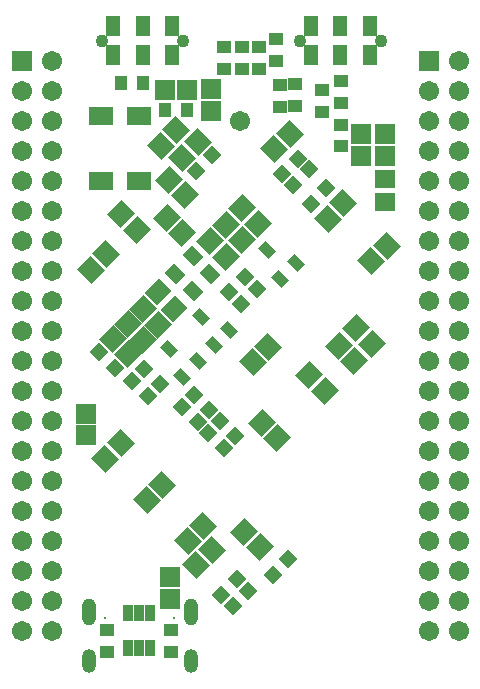
<source format=gbs>
G04*
G04 #@! TF.GenerationSoftware,Altium Limited,Altium Designer,20.1.12 (249)*
G04*
G04 Layer_Color=16711935*
%FSLAX25Y25*%
%MOIN*%
G70*
G04*
G04 #@! TF.SameCoordinates,D38EF606-D903-4ADC-9098-C18FB5F004BE*
G04*
G04*
G04 #@! TF.FilePolarity,Negative*
G04*
G01*
G75*
%ADD32R,0.03359X0.05524*%
%ADD33C,0.04343*%
%ADD34C,0.06706*%
%ADD35R,0.06706X0.06706*%
%ADD36O,0.04737X0.09068*%
%ADD37O,0.04737X0.07887*%
%ADD38C,0.00800*%
G04:AMPARAMS|DCode=80|XSize=67.06mil|YSize=65.09mil|CornerRadius=0mil|HoleSize=0mil|Usage=FLASHONLY|Rotation=45.000|XOffset=0mil|YOffset=0mil|HoleType=Round|Shape=Rectangle|*
%AMROTATEDRECTD80*
4,1,4,-0.00070,-0.04672,-0.04672,-0.00070,0.00070,0.04672,0.04672,0.00070,-0.00070,-0.04672,0.0*
%
%ADD80ROTATEDRECTD80*%

%ADD81R,0.04540X0.04343*%
G04:AMPARAMS|DCode=82|XSize=45.4mil|YSize=43.43mil|CornerRadius=0mil|HoleSize=0mil|Usage=FLASHONLY|Rotation=135.000|XOffset=0mil|YOffset=0mil|HoleType=Round|Shape=Rectangle|*
%AMROTATEDRECTD82*
4,1,4,0.03141,-0.00070,0.00070,-0.03141,-0.03141,0.00070,-0.00070,0.03141,0.03141,-0.00070,0.0*
%
%ADD82ROTATEDRECTD82*%

%ADD83R,0.06706X0.06509*%
G04:AMPARAMS|DCode=84|XSize=67.06mil|YSize=65.09mil|CornerRadius=0mil|HoleSize=0mil|Usage=FLASHONLY|Rotation=135.000|XOffset=0mil|YOffset=0mil|HoleType=Round|Shape=Rectangle|*
%AMROTATEDRECTD84*
4,1,4,0.04672,-0.00070,0.00070,-0.04672,-0.04672,0.00070,-0.00070,0.04672,0.04672,-0.00070,0.0*
%
%ADD84ROTATEDRECTD84*%

%ADD85R,0.06666X0.05997*%
G04:AMPARAMS|DCode=86|XSize=45.4mil|YSize=43.43mil|CornerRadius=0mil|HoleSize=0mil|Usage=FLASHONLY|Rotation=225.000|XOffset=0mil|YOffset=0mil|HoleType=Round|Shape=Rectangle|*
%AMROTATEDRECTD86*
4,1,4,0.00070,0.03141,0.03141,0.00070,-0.00070,-0.03141,-0.03141,-0.00070,0.00070,0.03141,0.0*
%
%ADD86ROTATEDRECTD86*%

G04:AMPARAMS|DCode=87|XSize=33.59mil|YSize=51.31mil|CornerRadius=0mil|HoleSize=0mil|Usage=FLASHONLY|Rotation=45.000|XOffset=0mil|YOffset=0mil|HoleType=Round|Shape=Rectangle|*
%AMROTATEDRECTD87*
4,1,4,0.00626,-0.03002,-0.03002,0.00626,-0.00626,0.03002,0.03002,-0.00626,0.00626,-0.03002,0.0*
%
%ADD87ROTATEDRECTD87*%

%ADD88R,0.04343X0.04540*%
%ADD89R,0.06509X0.06706*%
G04:AMPARAMS|DCode=90|XSize=66.66mil|YSize=59.97mil|CornerRadius=0mil|HoleSize=0mil|Usage=FLASHONLY|Rotation=225.000|XOffset=0mil|YOffset=0mil|HoleType=Round|Shape=Rectangle|*
%AMROTATEDRECTD90*
4,1,4,0.00237,0.04477,0.04477,0.00237,-0.00237,-0.04477,-0.04477,-0.00237,0.00237,0.04477,0.0*
%
%ADD90ROTATEDRECTD90*%

G04:AMPARAMS|DCode=91|XSize=55.24mil|YSize=43.43mil|CornerRadius=0mil|HoleSize=0mil|Usage=FLASHONLY|Rotation=315.000|XOffset=0mil|YOffset=0mil|HoleType=Round|Shape=Rectangle|*
%AMROTATEDRECTD91*
4,1,4,-0.03489,0.00418,-0.00418,0.03489,0.03489,-0.00418,0.00418,-0.03489,-0.03489,0.00418,0.0*
%
%ADD91ROTATEDRECTD91*%

%ADD92R,0.08280X0.05918*%
%ADD93R,0.04737X0.07099*%
D32*
X42323Y9252D02*
D03*
X46063D02*
D03*
X49803D02*
D03*
X42323Y20669D02*
D03*
X46063D02*
D03*
X49803D02*
D03*
D33*
X60630Y211614D02*
D03*
X33858D02*
D03*
X126575D02*
D03*
X99803D02*
D03*
D34*
X152717Y14764D02*
D03*
Y24764D02*
D03*
Y34764D02*
D03*
Y44764D02*
D03*
Y54764D02*
D03*
Y64764D02*
D03*
Y74764D02*
D03*
Y84764D02*
D03*
Y94764D02*
D03*
Y104764D02*
D03*
Y114764D02*
D03*
Y124764D02*
D03*
Y134764D02*
D03*
Y144764D02*
D03*
Y154764D02*
D03*
Y164764D02*
D03*
Y174764D02*
D03*
Y184764D02*
D03*
Y194764D02*
D03*
Y204764D02*
D03*
X142717Y14764D02*
D03*
Y24764D02*
D03*
Y34764D02*
D03*
Y44764D02*
D03*
Y54764D02*
D03*
Y64764D02*
D03*
Y74764D02*
D03*
Y84764D02*
D03*
Y94764D02*
D03*
Y104764D02*
D03*
Y114764D02*
D03*
Y124764D02*
D03*
Y134764D02*
D03*
Y144764D02*
D03*
Y154764D02*
D03*
Y164764D02*
D03*
Y174764D02*
D03*
Y184764D02*
D03*
Y194764D02*
D03*
X16890Y14764D02*
D03*
Y24764D02*
D03*
Y34764D02*
D03*
Y44764D02*
D03*
Y54764D02*
D03*
Y64764D02*
D03*
Y74764D02*
D03*
Y84764D02*
D03*
Y94764D02*
D03*
Y104764D02*
D03*
Y114764D02*
D03*
Y124764D02*
D03*
Y134764D02*
D03*
Y144764D02*
D03*
Y154764D02*
D03*
Y164764D02*
D03*
Y174764D02*
D03*
Y184764D02*
D03*
Y194764D02*
D03*
Y204764D02*
D03*
X6890Y14764D02*
D03*
Y24764D02*
D03*
Y34764D02*
D03*
Y44764D02*
D03*
Y54764D02*
D03*
Y64764D02*
D03*
Y74764D02*
D03*
Y84764D02*
D03*
Y94764D02*
D03*
Y104764D02*
D03*
Y114764D02*
D03*
Y124764D02*
D03*
Y134764D02*
D03*
Y144764D02*
D03*
Y154764D02*
D03*
Y164764D02*
D03*
Y174764D02*
D03*
Y184764D02*
D03*
Y194764D02*
D03*
X79823Y184941D02*
D03*
D35*
X142717Y204764D02*
D03*
X6890D02*
D03*
D36*
X29252Y21260D02*
D03*
X63268D02*
D03*
D37*
X29252Y4921D02*
D03*
X63268D02*
D03*
D38*
X34882Y19291D02*
D03*
X57638D02*
D03*
D80*
X69866Y144701D02*
D03*
X75016Y139551D02*
D03*
X56086Y165173D02*
D03*
X61237Y160023D02*
D03*
X55299Y152575D02*
D03*
X60449Y147425D02*
D03*
X85646Y150575D02*
D03*
X80496Y155725D02*
D03*
X81086Y47851D02*
D03*
X86237Y42700D02*
D03*
X112582Y109859D02*
D03*
X117733Y104708D02*
D03*
X86992Y84268D02*
D03*
X92142Y79118D02*
D03*
X102740Y100016D02*
D03*
X107890Y94866D02*
D03*
X118488Y115764D02*
D03*
X123638Y110614D02*
D03*
X45276Y148622D02*
D03*
X40125Y153772D02*
D03*
X75181Y150213D02*
D03*
X80331Y145063D02*
D03*
X47244Y122047D02*
D03*
X52394Y116897D02*
D03*
X42323Y117126D02*
D03*
X47473Y111976D02*
D03*
X37402Y112205D02*
D03*
X42552Y107054D02*
D03*
D81*
X56693Y15059D02*
D03*
Y7776D02*
D03*
X35433D02*
D03*
Y15059D02*
D03*
X113386Y198130D02*
D03*
Y190847D02*
D03*
X91732Y212008D02*
D03*
Y204724D02*
D03*
X113386Y176378D02*
D03*
Y183661D02*
D03*
X98032Y189764D02*
D03*
Y197047D02*
D03*
X92913Y196949D02*
D03*
Y189665D02*
D03*
X107087Y187795D02*
D03*
Y195079D02*
D03*
X80315Y202165D02*
D03*
Y209449D02*
D03*
X74410Y202165D02*
D03*
Y209449D02*
D03*
X86221Y202165D02*
D03*
Y209449D02*
D03*
D82*
X90732Y33645D02*
D03*
X95882Y38796D02*
D03*
X82496Y28166D02*
D03*
X77346Y23016D02*
D03*
X73409Y26952D02*
D03*
X78559Y32103D02*
D03*
X102575Y168717D02*
D03*
X97425Y163567D02*
D03*
X93882Y167110D02*
D03*
X99032Y172260D02*
D03*
X70292Y173441D02*
D03*
X65141Y168291D02*
D03*
X108481Y162418D02*
D03*
X103330Y157267D02*
D03*
X80102Y123803D02*
D03*
X85252Y128953D02*
D03*
X76165Y127740D02*
D03*
X81315Y132890D02*
D03*
D83*
X56299Y32776D02*
D03*
Y25492D02*
D03*
X127953Y173130D02*
D03*
Y180413D02*
D03*
X120079Y173130D02*
D03*
Y180413D02*
D03*
X70079Y188091D02*
D03*
Y195374D02*
D03*
X28543Y87303D02*
D03*
Y80020D02*
D03*
D84*
X65141Y36795D02*
D03*
X70292Y41945D02*
D03*
X58481Y181709D02*
D03*
X53330Y176559D02*
D03*
X91126Y175378D02*
D03*
X96276Y180528D02*
D03*
X60417Y172622D02*
D03*
X65567Y177772D02*
D03*
X84039Y104511D02*
D03*
X89189Y109662D02*
D03*
X67536Y49819D02*
D03*
X62385Y44669D02*
D03*
X39977Y77378D02*
D03*
X34826Y72228D02*
D03*
X53756Y63599D02*
D03*
X48606Y58448D02*
D03*
X114173Y157480D02*
D03*
X109023Y152330D02*
D03*
X128559Y143323D02*
D03*
X123409Y138173D02*
D03*
X29905Y135220D02*
D03*
X35055Y140370D02*
D03*
D85*
X127953Y165630D02*
D03*
Y157992D02*
D03*
D86*
X78166Y79708D02*
D03*
X73015Y84859D02*
D03*
X74229Y75771D02*
D03*
X69078Y80922D02*
D03*
X52969Y97031D02*
D03*
X47819Y102181D02*
D03*
X65567Y84433D02*
D03*
X60417Y89583D02*
D03*
X69504Y88370D02*
D03*
X64354Y93520D02*
D03*
X49032Y93094D02*
D03*
X43882Y98244D02*
D03*
X32858Y107693D02*
D03*
X38008Y102543D02*
D03*
D87*
X88646Y141669D02*
D03*
X98251Y137354D02*
D03*
X92961Y132064D02*
D03*
X55969Y108992D02*
D03*
X65573Y104677D02*
D03*
X60284Y99387D02*
D03*
X66599Y119622D02*
D03*
X76203Y115307D02*
D03*
X70914Y110017D02*
D03*
D88*
X47343Y197638D02*
D03*
X40059D02*
D03*
X61910Y188583D02*
D03*
X54626D02*
D03*
D89*
X61910Y195276D02*
D03*
X54626D02*
D03*
D90*
X52418Y127700D02*
D03*
X57819Y122300D02*
D03*
D91*
X63976Y139704D02*
D03*
X58130Y133858D02*
D03*
X69823D02*
D03*
X63976Y128012D02*
D03*
D92*
X33465Y164764D02*
D03*
Y186417D02*
D03*
X46063D02*
D03*
Y164764D02*
D03*
D93*
X47244Y216339D02*
D03*
X37402D02*
D03*
X57087D02*
D03*
Y206890D02*
D03*
X47244D02*
D03*
X37402D02*
D03*
X113189Y216339D02*
D03*
X103347D02*
D03*
X123031D02*
D03*
Y206890D02*
D03*
X113189D02*
D03*
X103347D02*
D03*
M02*

</source>
